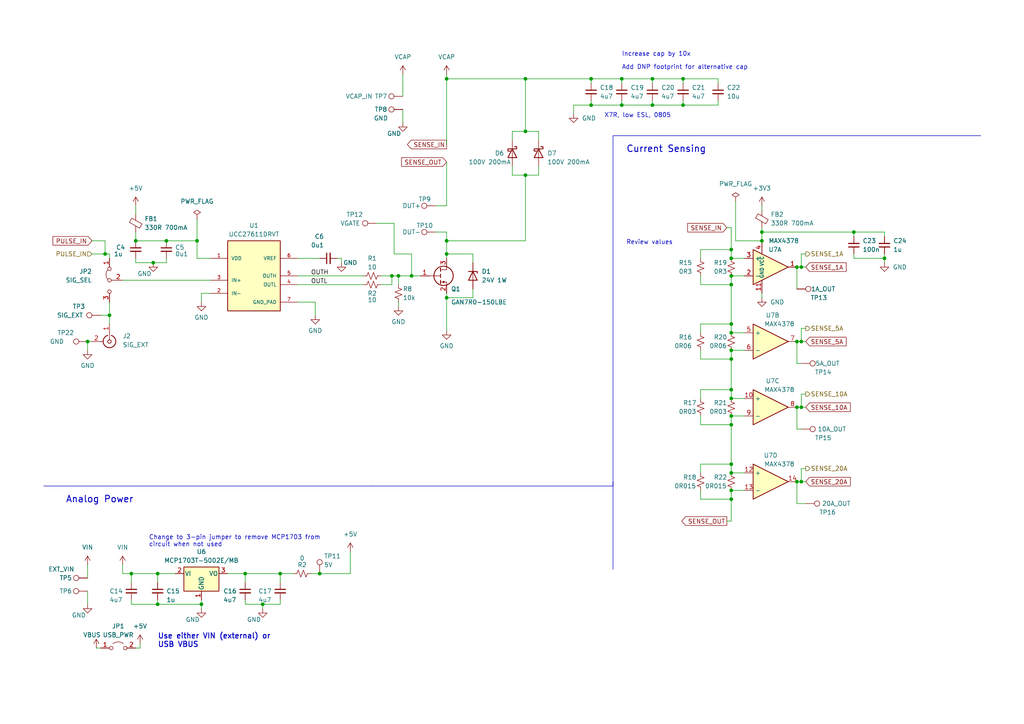
<source format=kicad_sch>
(kicad_sch (version 20230121) (generator eeschema)
  (paper "A4")
  (lib_symbols
    (symbol "Connector:Conn_Coaxial" (pin_names (offset 1.016) hide)
      (property "Reference" "J" (at 0.254 3.048 0))
      (property "Value" "Conn_Coaxial" (at 2.921 0 90))
      (symbol "Conn_Coaxial_0_1"
        (arc (start -1.778 -0.508) (mid 0.2311 -1.8066) (end 1.778 0) (stroke (width 0.254)))
        (polyline (pts (xy -2.54 0) (xy -0.508 0)))
        (polyline (pts (xy 0 -2.54) (xy 0 -1.778)))
        (circle (center 0 0) (radius 0.508) (stroke (width 0.2032)))
        (arc (start 1.778 0) (mid 0.2099 1.8101) (end -1.778 0.508) (stroke (width 0.254)))
      )
      (symbol "Conn_Coaxial_1_1"
        (pin passive line (at -5.08 0 0) (length 2.54) (name "In") (number "1"))
        (pin passive line (at 0 -5.08 90) (length 2.54) (name "Ext") (number "2"))
      )
    )
    (symbol "Connector:TestPoint" (pin_numbers hide) (pin_names (offset 0.762) hide)
      (property "Reference" "TP" (at 0 6.858 0))
      (property "Value" "TestPoint" (at 0 5.08 0))
      (symbol "TestPoint_0_1"
        (circle (center 0 3.302) (radius 0.762))
      )
      (symbol "TestPoint_1_1"
        (pin passive line (at 0 0 90) (length 2.54) (name "1") (number "1"))
      )
    )
    (symbol "DW_custom_symbols:GAN7R0-150LBE" (pin_names hide)
      (property "Reference" "Q" (at 5.08 1.905 0))
      (property "Value" "GAN7R0-150LBE" (at 5.08 0 0))
      (symbol "GAN7R0-150LBE_0_1"
        (polyline (pts (xy 0.635 0) (xy -2.54 0)))
        (polyline (pts (xy 0.762 -1.27) (xy 0.762 -2.286)) (stroke (width 0.254)))
        (polyline (pts (xy 0.762 0.508) (xy 0.762 -0.508)) (stroke (width 0.254)))
        (polyline (pts (xy 0.762 2.286) (xy 0.762 1.27)) (stroke (width 0.254)))
        (polyline (pts (xy 2.54 1.778) (xy 0.762 1.778)))
        (polyline (pts (xy 2.54 2.54) (xy 2.54 1.778)))
        (polyline (pts (xy 0.762 -1.778) (xy 2.54 -1.778) (xy 2.54 -5.08)))
        (circle (center 1.651 0) (radius 2.794) (stroke (width 0.254)))
      )
      (symbol "GAN7R0-150LBE_1_1"
        (polyline (pts (xy 1.524 -1.524) (xy 2.032 -1.778) (xy 1.524 -2.032) (xy 1.524 -1.524)) (fill (type outline)))
        (pin input line (at -5.08 0 0) (length 2.54) (name "G") (number "1"))
        (pin passive line (at 2.54 -5.08 90) (length 2.54) (name "S") (number "2"))
        (pin passive line (at 2.54 5.08 270) (length 2.54) (name "D") (number "3"))
      )
    )
    (symbol "DW_custom_symbols:MAX4378"
      (property "Reference" "U" (at -10.16 1.27 0))
      (symbol "MAX4378_0_1"
        (polyline (pts (xy 6.35 -1.27) (xy -3.81 3.81) (xy -3.81 -6.35) (xy 6.35 -1.27)) (stroke (width 0.254)) (fill (type background)))
      )
      (symbol "MAX4378_1_1"
        (pin output line (at 8.89 -1.27 180) (length 2.54) (name "~") (number "1"))
        (pin power_in line (at -1.27 -8.89 90) (length 3.81) (name "GND") (number "11"))
        (pin input line (at -6.35 -3.81 0) (length 2.54) (name "-") (number "2"))
        (pin input line (at -6.35 1.27 0) (length 2.54) (name "+") (number "3"))
        (pin power_in line (at -1.27 6.35 270) (length 3.81) (name "VCC") (number "4"))
      )
      (symbol "MAX4378_2_1"
        (pin input line (at -6.35 1.27 0) (length 2.54) (name "+") (number "5"))
        (pin input line (at -6.35 -3.81 0) (length 2.54) (name "-") (number "6"))
        (pin output line (at 8.89 -1.27 180) (length 2.54) (name "") (number "7"))
      )
      (symbol "MAX4378_3_1"
        (pin input line (at -6.35 1.27 0) (length 2.54) (name "+") (number "10"))
        (pin output line (at 8.89 -1.27 180) (length 2.54) (name "") (number "8"))
        (pin input line (at -6.35 -3.81 0) (length 2.54) (name "-") (number "9"))
      )
      (symbol "MAX4378_4_1"
        (pin input line (at -6.35 1.27 0) (length 2.54) (name "+") (number "12"))
        (pin input line (at -6.35 -3.81 0) (length 2.54) (name "-") (number "13"))
        (pin output line (at 8.89 -1.27 180) (length 2.54) (name "") (number "14"))
      )
    )
    (symbol "DW_custom_symbols:UCC27611DRVT" (pin_names (offset 1.016))
      (property "Reference" "U" (at -12.7 11.16 0))
      (property "Value" "UCC27611DRVT" (at -12.7 -14.16 0))
      (symbol "UCC27611DRVT_0_0"
        (rectangle (start -7.62 10.16) (end 7.62 -10.16) (stroke (width 0.254)) (fill (type background)))
        (pin power_in line (at -12.7 5.08 0) (length 5.08) (name "VDD") (number "1"))
        (pin input line (at -12.7 -5.08 0) (length 5.08) (name "IN-") (number "2"))
        (pin input line (at -12.7 -1.27 0) (length 5.08) (name "IN+") (number "3"))
        (pin output line (at 12.7 -2.54 180) (length 5.08) (name "OUTL") (number "4"))
        (pin output line (at 12.7 0 180) (length 5.08) (name "OUTH") (number "5"))
        (pin output line (at 12.7 5.08 180) (length 5.08) (name "VREF") (number "6"))
        (pin power_in line (at 12.7 -7.62 180) (length 5.08) (name "GND_PAD") (number "7"))
      )
    )
    (symbol "DW_custom_symbols:VIN" (power) (pin_names (offset 0))
      (property "Value" "VIN" (at 0 6.35 0))
      (symbol "VIN_0_1"
        (polyline (pts (xy -0.762 1.27) (xy 0 2.54)))
        (polyline (pts (xy 0 0) (xy 0 2.54)))
        (polyline (pts (xy 0 2.54) (xy 0.762 1.27)))
      )
      (symbol "VIN_1_1"
        (pin power_in line (at 0 0 90) (length 0) hide (name "VIN") (number "1"))
      )
    )
    (symbol "Device:C_Small" (pin_numbers hide) (pin_names (offset 0.254) hide)
      (property "Reference" "C" (at 0.254 1.778 0))
      (property "Value" "C_Small" (at 0.254 -2.032 0))
      (symbol "C_Small_0_1"
        (polyline (pts (xy -1.524 -0.508) (xy 1.524 -0.508)) (stroke (width 0.3302)))
        (polyline (pts (xy -1.524 0.508) (xy 1.524 0.508)) (stroke (width 0.3048)))
      )
      (symbol "C_Small_1_1"
        (pin passive line (at 0 2.54 270) (length 2.032) (name "~") (number "1"))
        (pin passive line (at 0 -2.54 90) (length 2.032) (name "~") (number "2"))
      )
    )
    (symbol "Device:D_Schottky" (pin_numbers hide) (pin_names (offset 1.016) hide)
      (property "Reference" "D" (at 0 2.54 0))
      (property "Value" "D_Schottky" (at 0 -2.54 0))
      (symbol "D_Schottky_0_1"
        (polyline (pts (xy 1.27 0) (xy -1.27 0)))
        (polyline (pts (xy 1.27 1.27) (xy 1.27 -1.27) (xy -1.27 0) (xy 1.27 1.27)) (stroke (width 0.254)))
        (polyline (pts (xy -1.905 0.635) (xy -1.905 1.27) (xy -1.27 1.27) (xy -1.27 -1.27) (xy -0.635 -1.27) (xy -0.635 -0.635)) (stroke (width 0.254)))
      )
      (symbol "D_Schottky_1_1"
        (pin passive line (at -3.81 0 0) (length 2.54) (name "K") (number "1"))
        (pin passive line (at 3.81 0 180) (length 2.54) (name "A") (number "2"))
      )
    )
    (symbol "Device:D_Zener" (pin_numbers hide) (pin_names (offset 1.016) hide)
      (property "Reference" "D" (at 0 2.54 0))
      (property "Value" "D_Zener" (at 0 -2.54 0))
      (symbol "D_Zener_0_1"
        (polyline (pts (xy 1.27 0) (xy -1.27 0)))
        (polyline (pts (xy -1.27 -1.27) (xy -1.27 1.27) (xy -0.762 1.27)) (stroke (width 0.254)))
        (polyline (pts (xy 1.27 -1.27) (xy 1.27 1.27) (xy -1.27 0) (xy 1.27 -1.27)) (stroke (width 0.254)))
      )
      (symbol "D_Zener_1_1"
        (pin passive line (at -3.81 0 0) (length 2.54) (name "K") (number "1"))
        (pin passive line (at 3.81 0 180) (length 2.54) (name "A") (number "2"))
      )
    )
    (symbol "Device:FerriteBead_Small" (pin_numbers hide) (pin_names (offset 0))
      (property "Reference" "FB" (at 1.905 1.27 0))
      (property "Value" "FerriteBead_Small" (at 1.905 -1.27 0))
      (symbol "FerriteBead_Small_0_1"
        (polyline (pts (xy 0 -1.27) (xy 0 -0.7874)))
        (polyline (pts (xy 0 0.889) (xy 0 1.2954)))
        (polyline (pts (xy -1.8288 0.2794) (xy -1.1176 1.4986) (xy 1.8288 -0.2032) (xy 1.1176 -1.4224) (xy -1.8288 0.2794)))
      )
      (symbol "FerriteBead_Small_1_1"
        (pin passive line (at 0 2.54 270) (length 1.27) (name "~") (number "1"))
        (pin passive line (at 0 -2.54 90) (length 1.27) (name "~") (number "2"))
      )
    )
    (symbol "Device:R_Small_US" (pin_numbers hide) (pin_names (offset 0.254) hide)
      (property "Reference" "R" (at 0.762 0.508 0))
      (property "Value" "R_Small_US" (at 0.762 -1.016 0))
      (symbol "R_Small_US_1_1"
        (polyline (pts (xy 0 0) (xy 1.016 -0.381) (xy 0 -0.762) (xy -1.016 -1.143) (xy 0 -1.524)))
        (polyline (pts (xy 0 1.524) (xy 1.016 1.143) (xy 0 0.762) (xy -1.016 0.381) (xy 0 0)))
        (pin passive line (at 0 2.54 270) (length 1.016) (name "~") (number "1"))
        (pin passive line (at 0 -2.54 90) (length 1.016) (name "~") (number "2"))
      )
    )
    (symbol "Jumper:Jumper_2_Open" (pin_names (offset 0) hide)
      (property "Reference" "JP" (at 0 2.794 0))
      (property "Value" "Jumper_2_Open" (at 0 -2.286 0))
      (symbol "Jumper_2_Open_0_0"
        (circle (center -2.032 0) (radius 0.508))
        (circle (center 2.032 0) (radius 0.508))
      )
      (symbol "Jumper_2_Open_0_1"
        (arc (start 1.524 1.27) (mid 0 1.778) (end -1.524 1.27))
      )
      (symbol "Jumper_2_Open_1_1"
        (pin passive line (at -5.08 0 0) (length 2.54) (name "A") (number "1"))
        (pin passive line (at 5.08 0 180) (length 2.54) (name "B") (number "2"))
      )
    )
    (symbol "Jumper:Jumper_3_Bridged12" (pin_names (offset 0) hide)
      (property "Reference" "JP" (at -2.54 -2.54 0))
      (property "Value" "Jumper_3_Bridged12" (at 0 2.794 0))
      (symbol "Jumper_3_Bridged12_0_0"
        (circle (center -3.302 0) (radius 0.508))
        (circle (center 0 0) (radius 0.508))
        (circle (center 3.302 0) (radius 0.508))
      )
      (symbol "Jumper_3_Bridged12_0_1"
        (arc (start -0.254 0.508) (mid -1.651 0.9912) (end -3.048 0.508))
        (polyline (pts (xy 0 -1.27) (xy 0 -0.508)))
      )
      (symbol "Jumper_3_Bridged12_1_1"
        (pin passive line (at -6.35 0 0) (length 2.54) (name "A") (number "1"))
        (pin passive line (at 0 -3.81 90) (length 2.54) (name "C") (number "2"))
        (pin passive line (at 6.35 0 180) (length 2.54) (name "B") (number "3"))
      )
    )
    (symbol "Regulator_Linear:MCP1703Ax-500xxMB" (pin_names (offset 0.254))
      (property "Reference" "U" (at -3.81 3.175 0))
      (property "Value" "MCP1703Ax-500xxMB" (at 0 3.175 0))
      (symbol "MCP1703Ax-500xxMB_0_1"
        (rectangle (start -5.08 -5.08) (end 5.08 1.905) (stroke (width 0.254)) (fill (type background)))
      )
      (symbol "MCP1703Ax-500xxMB_1_1"
        (pin power_in line (at 0 -7.62 90) (length 2.54) (name "GND") (number "1"))
        (pin power_in line (at -7.62 0 0) (length 2.54) (name "VI") (number "2"))
        (pin power_out line (at 7.62 0 180) (length 2.54) (name "VO") (number "3"))
      )
    )
    (symbol "VBUS_1" (power) (pin_names (offset 0))
      (property "Value" "VBUS_1" (at 0 5.08 0))
      (symbol "VBUS_1_0_1"
        (polyline (pts (xy -0.762 1.27) (xy 0 2.54)))
        (polyline (pts (xy 0 0) (xy 0 2.54)))
        (polyline (pts (xy 0 2.54) (xy 0.762 1.27)))
      )
      (symbol "VBUS_1_1_1"
        (pin power_in line (at 0 0 90) (length 0) hide (name "VCAP") (number "1"))
      )
    )
    (symbol "VBUS_2" (power) (pin_names (offset 0))
      (property "Value" "VBUS_2" (at 0 5.08 0))
      (symbol "VBUS_2_0_1"
        (polyline (pts (xy -0.762 1.27) (xy 0 2.54)))
        (polyline (pts (xy 0 0) (xy 0 2.54)))
        (polyline (pts (xy 0 2.54) (xy 0.762 1.27)))
      )
      (symbol "VBUS_2_1_1"
        (pin power_in line (at 0 0 90) (length 0) hide (name "VCAP") (number "1"))
      )
    )
    (symbol "power:+3V3" (power) (pin_names (offset 0))
      (property "Value" "+3V3" (at 0 3.556 0))
      (symbol "+3V3_0_1"
        (polyline (pts (xy -0.762 1.27) (xy 0 2.54)))
        (polyline (pts (xy 0 0) (xy 0 2.54)))
        (polyline (pts (xy 0 2.54) (xy 0.762 1.27)))
      )
      (symbol "+3V3_1_1"
        (pin power_in line (at 0 0 90) (length 0) hide (name "+3V3") (number "1"))
      )
    )
    (symbol "power:+5V" (power) (pin_names (offset 0))
      (property "Value" "+5V" (at 0 3.556 0))
      (symbol "+5V_0_1"
        (polyline (pts (xy -0.762 1.27) (xy 0 2.54)))
        (polyline (pts (xy 0 0) (xy 0 2.54)))
        (polyline (pts (xy 0 2.54) (xy 0.762 1.27)))
      )
      (symbol "+5V_1_1"
        (pin power_in line (at 0 0 90) (length 0) hide (name "+5V") (number "1"))
      )
    )
    (symbol "power:GND" (power) (pin_names (offset 0))
      (property "Value" "GND" (at 0 -3.81 0))
      (symbol "GND_0_1"
        (polyline (pts (xy 0 0) (xy 0 -1.27) (xy 1.27 -1.27) (xy 0 -2.54) (xy -1.27 -1.27) (xy 0 -1.27)))
      )
      (symbol "GND_1_1"
        (pin power_in line (at 0 0 270) (length 0) hide (name "GND") (number "1"))
      )
    )
    (symbol "power:PWR_FLAG" (power) (pin_numbers hide) (pin_names (offset 0) hide)
      (property "Value" "PWR_FLAG" (at 0 3.81 0))
      (symbol "PWR_FLAG_0_0"
        (pin power_out line (at 0 0 90) (length 0) (name "pwr") (number "1"))
      )
      (symbol "PWR_FLAG_0_1"
        (polyline (pts (xy 0 0) (xy 0 1.27) (xy -1.016 1.905) (xy 0 2.54) (xy 1.016 1.905) (xy 0 1.27)))
      )
    )
    (symbol "power:VBUS" (power) (pin_names (offset 0))
      (property "Value" "VBUS" (at 0 3.81 0))
      (symbol "VBUS_0_1"
        (polyline (pts (xy -0.762 1.27) (xy 0 2.54)))
        (polyline (pts (xy 0 0) (xy 0 2.54)))
        (polyline (pts (xy 0 2.54) (xy 0.762 1.27)))
      )
      (symbol "VBUS_1_1"
        (pin power_in line (at 0 0 90) (length 0) hide (name "VBUS") (number "1"))
      )
    )
  )
  (junction (at 256.54 74.93))
  (junction (at 81.28 166.37))
  (junction (at 45.72 166.37))
  (junction (at 180.34 30.48))
  (junction (at 129.54 69.85))
  (junction (at 231.14 99.06))
  (junction (at 152.4 22.86))
  (junction (at 38.1 166.37))
  (junction (at 212.09 144.78))
  (junction (at 212.09 104.14))
  (junction (at 212.09 80.01))
  (junction (at 129.54 22.86))
  (junction (at 39.37 69.85))
  (junction (at 25.4 99.06))
  (junction (at 232.41 139.7))
  (junction (at 212.09 96.52))
  (junction (at 212.09 113.03))
  (junction (at 57.15 69.85))
  (junction (at 129.54 73.66))
  (junction (at 212.09 142.24))
  (junction (at 180.34 22.86))
  (junction (at 212.09 101.6))
  (junction (at 30.48 73.66))
  (junction (at 212.09 134.62))
  (junction (at 247.65 67.31))
  (junction (at 129.54 86.36))
  (junction (at 198.12 30.48))
  (junction (at 212.09 93.98))
  (junction (at 152.4 50.8))
  (junction (at 113.665 80.01))
  (junction (at 189.23 22.86))
  (junction (at 115.57 80.01))
  (junction (at 189.23 30.48))
  (junction (at 48.26 69.85))
  (junction (at 212.09 72.39))
  (junction (at 212.09 120.65))
  (junction (at 212.09 137.16))
  (junction (at 212.09 123.19))
  (junction (at 119.38 80.01))
  (junction (at 220.98 69.85))
  (junction (at 231.14 118.11))
  (junction (at 232.41 77.47))
  (junction (at 58.42 175.26))
  (junction (at 71.12 166.37))
  (junction (at 198.12 22.86))
  (junction (at 152.4 38.1))
  (junction (at 232.41 118.11))
  (junction (at 45.72 175.26))
  (junction (at 171.45 30.48))
  (junction (at 212.09 74.93))
  (junction (at 232.41 99.06))
  (junction (at 44.45 76.2))
  (junction (at 171.45 22.86))
  (junction (at 212.09 115.57))
  (junction (at 231.14 77.47))
  (junction (at 212.09 82.55))
  (junction (at 92.71 166.37))
  (junction (at 31.75 91.44))
  (junction (at 231.14 139.7))
  (junction (at 76.2 175.26))
  (junction (at 220.98 67.31))
  (wire (pts (xy 152.4 69.85) (xy 129.54 69.85)))
  (wire (pts (xy 212.09 66.04) (xy 212.09 72.39)))
  (wire (pts (xy 27.94 187.96) (xy 29.21 187.96)))
  (wire (pts (xy 233.68 99.06) (xy 232.41 99.06)))
  (wire (pts (xy 189.23 30.48) (xy 180.34 30.48)))
  (wire (pts (xy 212.09 120.65) (xy 212.09 123.19)))
  (wire (pts (xy 152.4 22.86) (xy 171.45 22.86)))
  (wire (pts (xy 110.49 82.55) (xy 113.665 82.55)))
  (wire (pts (xy 39.37 59.69) (xy 39.37 62.23)))
  (wire (pts (xy 148.59 50.8) (xy 152.4 50.8)))
  (wire (pts (xy 166.37 30.48) (xy 166.37 33.02)))
  (wire (pts (xy 180.34 22.86) (xy 180.34 24.13)))
  (wire (pts (xy 220.98 85.09) (xy 220.98 86.36)))
  (wire (pts (xy 90.17 166.37) (xy 92.71 166.37)))
  (wire (pts (xy 148.59 38.1) (xy 152.4 38.1)))
  (wire (pts (xy 109.22 64.77) (xy 114.3 64.77)))
  (polyline (pts (xy 284.48 39.37) (xy 177.8 39.37)))
  (wire (pts (xy 203.2 123.19) (xy 212.09 123.19)))
  (wire (pts (xy 231.14 77.47) (xy 231.14 83.82)))
  (wire (pts (xy 220.98 67.31) (xy 220.98 69.85)))
  (wire (pts (xy 38.1 166.37) (xy 38.1 168.91)))
  (wire (pts (xy 114.3 64.77) (xy 114.3 73.66)))
  (wire (pts (xy 148.59 48.26) (xy 148.59 50.8)))
  (wire (pts (xy 180.34 29.21) (xy 180.34 30.48)))
  (wire (pts (xy 115.57 88.9) (xy 115.57 87.63)))
  (wire (pts (xy 212.09 123.19) (xy 212.09 134.62)))
  (wire (pts (xy 76.2 175.26) (xy 81.28 175.26)))
  (wire (pts (xy 26.67 73.66) (xy 30.48 73.66)))
  (wire (pts (xy 203.2 72.39) (xy 212.09 72.39)))
  (wire (pts (xy 232.41 135.89) (xy 232.41 139.7)))
  (wire (pts (xy 203.2 113.03) (xy 212.09 113.03)))
  (wire (pts (xy 58.42 173.99) (xy 58.42 175.26)))
  (wire (pts (xy 232.41 99.06) (xy 231.14 99.06)))
  (wire (pts (xy 101.6 160.02) (xy 101.6 166.37)))
  (wire (pts (xy 198.12 29.21) (xy 198.12 30.48)))
  (wire (pts (xy 44.45 76.2) (xy 48.26 76.2)))
  (wire (pts (xy 232.41 95.25) (xy 232.41 99.06)))
  (wire (pts (xy 171.45 22.86) (xy 171.45 24.13)))
  (wire (pts (xy 203.2 115.57) (xy 203.2 113.03)))
  (wire (pts (xy 40.64 187.96) (xy 39.37 187.96)))
  (wire (pts (xy 171.45 30.48) (xy 166.37 30.48)))
  (wire (pts (xy 212.09 104.14) (xy 212.09 113.03)))
  (wire (pts (xy 212.09 93.98) (xy 212.09 96.52)))
  (wire (pts (xy 203.2 101.6) (xy 203.2 104.14)))
  (wire (pts (xy 152.4 50.8) (xy 152.4 69.85)))
  (wire (pts (xy 212.09 82.55) (xy 212.09 93.98)))
  (wire (pts (xy 129.54 46.99) (xy 129.54 59.69)))
  (wire (pts (xy 212.09 72.39) (xy 212.09 74.93)))
  (wire (pts (xy 119.38 73.66) (xy 119.38 80.01)))
  (wire (pts (xy 189.23 22.86) (xy 198.12 22.86)))
  (wire (pts (xy 210.82 66.04) (xy 212.09 66.04)))
  (wire (pts (xy 212.09 137.16) (xy 215.9 137.16)))
  (wire (pts (xy 81.28 173.99) (xy 81.28 175.26)))
  (wire (pts (xy 81.28 166.37) (xy 81.28 168.91)))
  (wire (pts (xy 137.16 83.82) (xy 137.16 86.36)))
  (wire (pts (xy 212.09 80.01) (xy 212.09 82.55)))
  (wire (pts (xy 208.28 22.86) (xy 198.12 22.86)))
  (wire (pts (xy 233.68 118.11) (xy 232.41 118.11)))
  (wire (pts (xy 232.41 73.66) (xy 232.41 77.47)))
  (wire (pts (xy 156.21 38.1) (xy 156.21 40.64)))
  (wire (pts (xy 129.54 73.66) (xy 137.16 73.66)))
  (wire (pts (xy 66.04 166.37) (xy 71.12 166.37)))
  (wire (pts (xy 232.41 77.47) (xy 231.14 77.47)))
  (wire (pts (xy 35.56 166.37) (xy 38.1 166.37)))
  (wire (pts (xy 203.2 120.65) (xy 203.2 123.19)))
  (wire (pts (xy 113.665 82.55) (xy 113.665 80.01)))
  (wire (pts (xy 25.4 99.06) (xy 26.67 99.06)))
  (wire (pts (xy 232.41 105.41) (xy 231.14 105.41)))
  (wire (pts (xy 115.57 80.01) (xy 115.57 82.55)))
  (wire (pts (xy 189.23 29.21) (xy 189.23 30.48)))
  (wire (pts (xy 57.15 74.93) (xy 57.15 69.85)))
  (wire (pts (xy 30.48 73.66) (xy 31.75 73.66)))
  (wire (pts (xy 39.37 76.2) (xy 44.45 76.2)))
  (wire (pts (xy 25.4 101.6) (xy 25.4 99.06)))
  (wire (pts (xy 233.68 73.66) (xy 232.41 73.66)))
  (wire (pts (xy 198.12 22.86) (xy 198.12 24.13)))
  (wire (pts (xy 233.68 95.25) (xy 232.41 95.25)))
  (wire (pts (xy 126.365 67.31) (xy 129.54 67.31)))
  (wire (pts (xy 58.42 87.63) (xy 58.42 85.09)))
  (polyline (pts (xy 177.8 140.97) (xy 177.8 139.7)))
  (wire (pts (xy 152.4 22.86) (xy 152.4 38.1)))
  (wire (pts (xy 71.12 175.26) (xy 76.2 175.26)))
  (wire (pts (xy 25.4 171.45) (xy 25.4 175.26)))
  (wire (pts (xy 233.68 139.7) (xy 232.41 139.7)))
  (wire (pts (xy 114.3 73.66) (xy 119.38 73.66)))
  (wire (pts (xy 71.12 173.99) (xy 71.12 175.26)))
  (wire (pts (xy 25.4 163.83) (xy 25.4 167.64)))
  (wire (pts (xy 212.09 80.01) (xy 215.9 80.01)))
  (wire (pts (xy 203.2 144.78) (xy 212.09 144.78)))
  (wire (pts (xy 58.42 85.09) (xy 60.96 85.09)))
  (wire (pts (xy 129.54 22.86) (xy 129.54 41.91)))
  (wire (pts (xy 232.41 124.46) (xy 231.14 124.46)))
  (wire (pts (xy 26.67 69.85) (xy 30.48 69.85)))
  (wire (pts (xy 91.44 87.63) (xy 91.44 91.44)))
  (wire (pts (xy 212.09 134.62) (xy 212.09 137.16)))
  (wire (pts (xy 45.72 166.37) (xy 45.72 168.91)))
  (wire (pts (xy 208.28 29.21) (xy 208.28 30.48)))
  (wire (pts (xy 212.09 151.13) (xy 212.09 144.78)))
  (wire (pts (xy 92.71 166.37) (xy 101.6 166.37)))
  (wire (pts (xy 212.09 74.93) (xy 215.9 74.93)))
  (wire (pts (xy 203.2 74.93) (xy 203.2 72.39)))
  (wire (pts (xy 213.36 58.42) (xy 213.36 69.85)))
  (wire (pts (xy 57.15 63.5) (xy 57.15 69.85)))
  (wire (pts (xy 231.14 105.41) (xy 231.14 99.06)))
  (wire (pts (xy 220.98 66.04) (xy 220.98 67.31)))
  (wire (pts (xy 203.2 93.98) (xy 212.09 93.98)))
  (wire (pts (xy 256.54 74.93) (xy 256.54 76.2)))
  (wire (pts (xy 48.26 69.85) (xy 57.15 69.85)))
  (wire (pts (xy 171.45 29.21) (xy 171.45 30.48)))
  (wire (pts (xy 71.12 166.37) (xy 71.12 168.91)))
  (wire (pts (xy 203.2 82.55) (xy 212.09 82.55)))
  (wire (pts (xy 38.1 166.37) (xy 45.72 166.37)))
  (wire (pts (xy 113.665 80.01) (xy 115.57 80.01)))
  (wire (pts (xy 212.09 96.52) (xy 215.9 96.52)))
  (wire (pts (xy 212.09 120.65) (xy 215.9 120.65)))
  (wire (pts (xy 220.98 59.69) (xy 220.98 60.96)))
  (wire (pts (xy 29.21 91.44) (xy 31.75 91.44)))
  (wire (pts (xy 233.68 146.05) (xy 231.14 146.05)))
  (wire (pts (xy 231.14 139.7) (xy 231.14 146.05)))
  (wire (pts (xy 71.12 166.37) (xy 81.28 166.37)))
  (wire (pts (xy 180.34 22.86) (xy 189.23 22.86)))
  (wire (pts (xy 31.75 91.44) (xy 31.75 93.98)))
  (wire (pts (xy 129.54 86.36) (xy 137.16 86.36)))
  (wire (pts (xy 212.09 101.6) (xy 215.9 101.6)))
  (wire (pts (xy 129.54 69.85) (xy 129.54 73.66)))
  (wire (pts (xy 233.68 77.47) (xy 232.41 77.47)))
  (wire (pts (xy 137.16 73.66) (xy 137.16 76.2)))
  (wire (pts (xy 247.65 73.66) (xy 247.65 74.93)))
  (wire (pts (xy 212.09 115.57) (xy 215.9 115.57)))
  (wire (pts (xy 212.09 113.03) (xy 212.09 115.57)))
  (wire (pts (xy 31.75 91.44) (xy 31.75 87.63)))
  (wire (pts (xy 39.37 67.31) (xy 39.37 69.85)))
  (wire (pts (xy 45.72 173.99) (xy 45.72 175.26)))
  (wire (pts (xy 232.41 118.11) (xy 231.14 118.11)))
  (wire (pts (xy 31.75 73.66) (xy 31.75 74.93)))
  (wire (pts (xy 129.54 73.66) (xy 129.54 74.93)))
  (wire (pts (xy 180.34 30.48) (xy 171.45 30.48)))
  (wire (pts (xy 30.48 69.85) (xy 30.48 73.66)))
  (wire (pts (xy 247.65 67.31) (xy 247.65 68.58)))
  (wire (pts (xy 210.82 151.13) (xy 212.09 151.13)))
  (wire (pts (xy 119.38 80.01) (xy 121.92 80.01)))
  (polyline (pts (xy 12.7 140.97) (xy 107.95 140.97)))
  (wire (pts (xy 129.54 86.36) (xy 129.54 95.885)))
  (wire (pts (xy 203.2 96.52) (xy 203.2 93.98)))
  (wire (pts (xy 256.54 73.66) (xy 256.54 74.93)))
  (wire (pts (xy 129.54 85.09) (xy 129.54 86.36)))
  (wire (pts (xy 35.56 81.28) (xy 60.96 81.28)))
  (wire (pts (xy 152.4 38.1) (xy 156.21 38.1)))
  (wire (pts (xy 189.23 22.86) (xy 189.23 24.13)))
  (wire (pts (xy 48.26 76.2) (xy 48.26 74.93)))
  (wire (pts (xy 40.64 186.69) (xy 40.64 187.96)))
  (wire (pts (xy 76.2 175.26) (xy 76.2 176.53)))
  (wire (pts (xy 233.68 114.3) (xy 232.41 114.3)))
  (wire (pts (xy 45.72 166.37) (xy 50.8 166.37)))
  (wire (pts (xy 116.84 31.75) (xy 116.84 35.56)))
  (wire (pts (xy 126.365 59.69) (xy 129.54 59.69)))
  (wire (pts (xy 86.36 82.55) (xy 105.41 82.55)))
  (wire (pts (xy 129.54 67.31) (xy 129.54 69.85)))
  (wire (pts (xy 39.37 69.85) (xy 48.26 69.85)))
  (wire (pts (xy 256.54 68.58) (xy 256.54 67.31)))
  (polyline (pts (xy 177.8 39.37) (xy 177.8 165.1)))
  (wire (pts (xy 232.41 114.3) (xy 232.41 118.11)))
  (wire (pts (xy 156.21 48.26) (xy 156.21 50.8)))
  (wire (pts (xy 115.57 80.01) (xy 119.38 80.01)))
  (wire (pts (xy 203.2 104.14) (xy 212.09 104.14)))
  (wire (pts (xy 203.2 142.24) (xy 203.2 144.78)))
  (wire (pts (xy 39.37 74.93) (xy 39.37 76.2)))
  (wire (pts (xy 256.54 67.31) (xy 247.65 67.31)))
  (wire (pts (xy 208.28 24.13) (xy 208.28 22.86)))
  (wire (pts (xy 203.2 134.62) (xy 212.09 134.62)))
  (wire (pts (xy 99.06 74.93) (xy 99.06 76.2)))
  (wire (pts (xy 152.4 50.8) (xy 156.21 50.8)))
  (wire (pts (xy 35.56 163.83) (xy 35.56 166.37)))
  (wire (pts (xy 171.45 22.86) (xy 180.34 22.86)))
  (wire (pts (xy 58.42 175.26) (xy 58.42 176.53)))
  (wire (pts (xy 247.65 74.93) (xy 256.54 74.93)))
  (wire (pts (xy 86.36 87.63) (xy 91.44 87.63)))
  (wire (pts (xy 81.28 166.37) (xy 85.09 166.37)))
  (wire (pts (xy 212.09 142.24) (xy 215.9 142.24)))
  (wire (pts (xy 86.36 74.93) (xy 92.71 74.93)))
  (wire (pts (xy 129.54 21.59) (xy 129.54 22.86)))
  (wire (pts (xy 86.36 80.01) (xy 105.41 80.01)))
  (wire (pts (xy 38.1 175.26) (xy 45.72 175.26)))
  (wire (pts (xy 116.84 21.59) (xy 116.84 27.94)))
  (wire (pts (xy 60.96 74.93) (xy 57.15 74.93)))
  (wire (pts (xy 231.14 124.46) (xy 231.14 118.11)))
  (wire (pts (xy 213.36 69.85) (xy 220.98 69.85)))
  (wire (pts (xy 220.98 67.31) (xy 247.65 67.31)))
  (wire (pts (xy 233.68 135.89) (xy 232.41 135.89)))
  (wire (pts (xy 212.09 101.6) (xy 212.09 104.14)))
  (wire (pts (xy 198.12 30.48) (xy 189.23 30.48)))
  (wire (pts (xy 208.28 30.48) (xy 198.12 30.48)))
  (wire (pts (xy 97.79 74.93) (xy 99.06 74.93)))
  (wire (pts (xy 203.2 137.16) (xy 203.2 134.62)))
  (wire (pts (xy 148.59 40.64) (xy 148.59 38.1)))
  (wire (pts (xy 212.09 144.78) (xy 212.09 142.24)))
  (wire (pts (xy 45.72 175.26) (xy 58.42 175.26)))
  (wire (pts (xy 38.1 173.99) (xy 38.1 175.26)))
  (wire (pts (xy 129.54 22.86) (xy 152.4 22.86)))
  (wire (pts (xy 110.49 80.01) (xy 113.665 80.01)))
  (polyline (pts (xy 107.95 140.97) (xy 177.8 140.97)))
  (wire (pts (xy 232.41 139.7) (xy 231.14 139.7)))
  (wire (pts (xy 203.2 80.01) (xy 203.2 82.55)))
  (text "Use either VIN (external) or\nUSB VBUS" (at 45.72 187.96 0) (effects (font (size 1.524 1.524) (thickness 0.254) bold) (justify left bottom)))
  (text "Review values" (at 181.61 71.12 0) (effects (font (size 1.27 1.27)) (justify left bottom)))
  (text "Change to 3-pin jumper to remove MCP1703 from\ncircuit when not used" (at 43.18 158.75 0) (effects (font (size 1.27 1.27)) (justify left bottom)))
  (text "Add DNP footprint for alternative cap" (at 180.34 20.32 0) (effects (font (size 1.27 1.27)) (justify left bottom)))
  (text "Current Sensing" (at 181.61 44.45 0) (effects (font (size 1.905 1.905) (thickness 0.254) bold) (justify left bottom)))
  (text "X7R, low ESL, 0805" (at 175.26 34.29 0) (effects (font (size 1.27 1.27)) (justify left bottom)))
  (text "Analog Power" (at 19.05 146.05 0) (effects (font (size 1.905 1.905) (thickness 0.254) bold) (justify left bottom)))
  (text "Increase cap by 10x" (at 180.34 16.51 0) (effects (font (size 1.27 1.27)) (justify left bottom)))
  (label "OUTH" (at 90.17 80.01 0))
  (label "OUTL" (at 90.17 82.55 0))
  (global_label "SENSE_20A" (shape input) (at 233.68 139.7 0) (property "Intersheetrefs" "${INTERSHEET_REFS}" (effects hide)))
  (global_label "SENSE_IN" (shape output) (at 129.54 41.91 180) (property "Intersheetrefs" "${INTERSHEET_REFS}" (effects hide)))
  (global_label "SENSE_OUT" (shape input) (at 129.54 46.99 180) (property "Intersheetrefs" "${INTERSHEET_REFS}" (effects hide)))
  (global_label "PULSE_IN" (shape input) (at 26.67 69.85 180) (property "Intersheetrefs" "${INTERSHEET_REFS}" (effects hide)))
  (global_label "SENSE_1A" (shape input) (at 233.68 77.47 0) (property "Intersheetrefs" "${INTERSHEET_REFS}" (effects hide)))
  (global_label "SENSE_OUT" (shape output) (at 210.82 151.13 180) (property "Intersheetrefs" "${INTERSHEET_REFS}" (effects hide)))
  (global_label "SENSE_10A" (shape input) (at 233.68 118.11 0) (property "Intersheetrefs" "${INTERSHEET_REFS}" (effects hide)))
  (global_label "SENSE_5A" (shape input) (at 233.68 99.06 0) (property "Intersheetrefs" "${INTERSHEET_REFS}" (effects hide)))
  (global_label "SENSE_IN" (shape input) (at 210.82 66.04 180) (property "Intersheetrefs" "${INTERSHEET_REFS}" (effects hide)))
  (hierarchical_label "SENSE_10A" (shape output) (at 233.68 114.3 0))
  (hierarchical_label "SENSE_1A" (shape output) (at 233.68 73.66 0))
  (hierarchical_label "PULSE_IN" (shape input) (at 26.67 73.66 180))
  (hierarchical_label "SENSE_20A" (shape output) (at 233.68 135.89 0))
  (hierarchical_label "SENSE_5A" (shape output) (at 233.68 95.25 0))
  (symbol (lib_id "Connector:TestPoint") (at 126.365 67.31 90) (unit 1)
    (property "Reference" "TP10" (at 123.19 65.405 90))
    (property "Value" "DUT-" (at 119.38 67.31 90))
    (property "Footprint" "DW_Library:Keystone-1502-2" (effects hide))
    (instances (project "cc_laser_supply_rev-B" (path "" (reference "TP10") (unit 1)) (path "" (reference "TP13") (unit 1)) (path "" (reference "TP10") (unit 1))))
  )
  (symbol (lib_id "Jumper:Jumper_3_Bridged12") (at 31.75 81.28 90) (mirror x) (unit 1)
    (property "Reference" "JP2" (at 26.67 78.74 90) (effects (justify left)))
    (property "Value" "SIG_SEL" (at 26.67 81.28 90) (effects (justify left)))
    (property "Footprint" "Connector_PinHeader_2.54mm:PinHeader_1x03_P2.54mm_Vertical" (effects hide))
  )
  (symbol (lib_id "Device:C_Small") (at 208.28 26.67 0) (unit 1)
    (property "Reference" "C22" (at 210.82 25.4063 0) (effects (justify left)))
    (property "Value" "10u" (at 210.82 27.9463 0) (effects (justify left)))
    (property "Footprint" "Capacitor_SMD:C_0805_2012Metric_Pad1.18x1.45mm_HandSolder" (effects hide))
  )
  (symbol (lib_id "Device:R_Small_US") (at 107.95 82.55 90) (unit 1)
    (property "Reference" "R2" (at 107.95 85.09 90))
    (property "Value" "10" (at 107.95 86.995 90))
    (property "Footprint" "Resistor_SMD:R_0805_2012Metric_Pad1.20x1.40mm_HandSolder" (effects hide))
    (instances (project "cc_laser_supply_rev-B" (path "" (reference "R2") (unit 1)) (path "" (reference "R2") (unit 1)) (path "" (reference "R12") (unit 1))))
  )
  (symbol (lib_id "power:+5V") (at 101.6 160.02 0) (unit 1)
    (property "Reference" "#PWR044" (effects hide))
    (property "Value" "+5V" (at 101.6 154.94 0))
  )
  (symbol (lib_id "Device:C_Small") (at 81.28 171.45 0) (unit 1)
    (property "Reference" "C17" (at 74.93 171.45 0) (effects (justify left)))
    (property "Value" "4u7" (at 74.93 173.99 0) (effects (justify left)))
    (property "Footprint" "Capacitor_SMD:C_0805_2012Metric_Pad1.18x1.45mm_HandSolder" (effects hide))
  )
  (symbol (lib_id "Connector:TestPoint") (at 231.14 83.82 270) (unit 1)
    (property "Reference" "TP13" (at 237.49 86.36 90))
    (property "Value" "1A_OUT" (at 238.76 83.82 90))
    (property "Footprint" "DW_Library:Keystone-1502-2" (effects hide))
  )
  (symbol (lib_id "power:GND") (at 44.45 76.2 0) (unit 1)
    (property "Reference" "#PWR013" (effects hide))
    (property "Value" "GND" (at 41.91 79.375 0))
    (instances (project "cc_laser_supply_rev-B" (path "" (reference "#PWR013") (unit 1)) (path "" (reference "#PWR05") (unit 1)) (path "" (reference "#PWR026") (unit 1))))
  )
  (symbol (lib_id "DW_custom_symbols:VIN") (at 25.4 163.83 0) (unit 1)
    (property "Reference" "#PWR032" (effects hide))
    (property "Value" "VIN" (at 25.4 158.75 0))
  )
  (symbol (lib_id "DW_custom_symbols:MAX4378") (at 222.25 76.2 0) (unit 1)
    (property "Reference" "U7" (at 224.79 72.39 0))
    (property "Value" "MAX4378" (at 227.33 69.85 0))
    (property "Footprint" "Package_SO:TSSOP-14_4.4x5mm_P0.65mm" (effects hide))
  )
  (symbol (lib_id "Device:R_Small_US") (at 203.2 99.06 0) (unit 1)
    (property "Reference" "R16" (at 196.85 97.79 0) (effects (justify left)))
    (property "Value" "0R06" (at 195.58 100.33 0) (effects (justify left)))
    (property "Footprint" "Resistor_SMD:R_2010_5025Metric_Pad1.40x2.65mm_HandSolder" (effects hide))
  )
  (symbol (lib_id "Device:C_Small") (at 95.25 74.93 90) (unit 1)
    (property "Reference" "C6" (at 93.98 68.58 90) (effects (justify left)))
    (property "Value" "0u1" (at 93.98 71.12 90) (effects (justify left)))
    (property "Footprint" "Capacitor_SMD:C_0603_1608Metric_Pad1.08x0.95mm_HandSolder" (effects hide))
    (instances (project "cc_laser_supply_rev-B" (path "" (reference "C6") (unit 1)) (path "" (reference "C6") (unit 1)) (path "" (reference "C13") (unit 1))))
  )
  (symbol (lib_name "VBUS_2") (lib_id "power:VBUS") (at 116.84 21.59 0) (unit 1)
    (property "Reference" "#PWR037" (effects hide))
    (property "Value" "VCAP" (at 116.84 16.51 0))
  )
  (symbol (lib_id "DW_custom_symbols:MAX4378") (at 222.25 138.43 0) (unit 4)
    (property "Reference" "U7" (at 223.52 132.08 0))
    (property "Value" "MAX4378" (at 226.06 134.62 0))
    (property "Footprint" "Package_SO:TSSOP-14_4.4x5mm_P0.65mm" (effects hide))
  )
  (symbol (lib_id "Connector:TestPoint") (at 25.4 171.45 90) (unit 1)
    (property "Reference" "TP6" (at 19.05 171.45 90))
    (property "Value" "GND" (effects hide))
    (property "Footprint" "DW_Library:Keystone-1502-2" (effects hide))
  )
  (symbol (lib_id "Connector:TestPoint") (at 232.41 105.41 270) (unit 1)
    (property "Reference" "TP14" (at 238.76 107.95 90))
    (property "Value" "5A_OUT" (at 240.03 105.41 90))
    (property "Footprint" "DW_Library:Keystone-1502-2" (effects hide))
  )
  (symbol (lib_id "power:GND") (at 76.2 176.53 0) (unit 1)
    (property "Reference" "#PWR013" (effects hide))
    (property "Value" "GND" (at 73.66 179.705 0))
    (instances (project "cc_laser_supply_rev-B" (path "" (reference "#PWR013") (unit 1)) (path "" (reference "#PWR05") (unit 1)) (path "" (reference "#PWR042") (unit 1))))
  )
  (symbol (lib_id "Device:R_Small_US") (at 115.57 85.09 0) (unit 1)
    (property "Reference" "R8" (at 116.84 83.82 0) (effects (justify left)))
    (property "Value" "10k" (at 116.84 86.36 0) (effects (justify left)))
    (property "Footprint" "Resistor_SMD:R_0603_1608Metric_Pad0.98x0.95mm_HandSolder" (effects hide))
    (instances (project "cc_laser_supply_rev-B" (path "" (reference "R8") (unit 1)) (path "" (reference "R4") (unit 1)) (path "" (reference "R13") (unit 1))))
  )
  (symbol (lib_id "Device:R_Small_US") (at 212.09 118.11 0) (unit 1)
    (property "Reference" "R21" (at 207.01 116.84 0) (effects (justify left)))
    (property "Value" "0R03" (at 205.74 119.38 0) (effects (justify left)))
    (property "Footprint" "Resistor_SMD:R_1206_3216Metric_Pad1.30x1.75mm_HandSolder" (effects hide))
  )
  (symbol (lib_id "Device:FerriteBead_Small") (at 220.98 63.5 0) (unit 1)
    (property "Reference" "FB2" (at 223.52 62.1919 0) (effects (justify left)))
    (property "Value" "330R 700mA" (at 223.52 64.7319 0) (effects (justify left)))
    (property "Footprint" "Capacitor_SMD:C_0402_1005Metric_Pad0.74x0.62mm_HandSolder" (effects hide))
  )
  (symbol (lib_id "Device:R_Small_US") (at 107.95 80.01 90) (unit 1)
    (property "Reference" "R1" (at 107.95 74.93 90))
    (property "Value" "10" (at 107.95 77.47 90))
    (property "Footprint" "Resistor_SMD:R_0805_2012Metric_Pad1.20x1.40mm_HandSolder" (effects hide))
    (instances (project "cc_laser_supply_rev-B" (path "" (reference "R1") (unit 1)) (path "" (reference "R1") (unit 1)) (path "" (reference "R11") (unit 1))))
  )
  (symbol (lib_id "power:GND") (at 116.84 35.56 0) (unit 1)
    (property "Reference" "#PWR013" (effects hide))
    (property "Value" "GND" (at 114.3 38.735 0))
    (instances (project "cc_laser_supply_rev-B" (path "" (reference "#PWR013") (unit 1)) (path "" (reference "#PWR05") (unit 1)) (path "" (reference "#PWR038") (unit 1))))
  )
  (symbol (lib_id "Device:D_Schottky") (at 148.59 44.45 270) (unit 1)
    (property "Reference" "D6" (at 143.51 44.45 90) (effects (justify left)))
    (property "Value" "100V 200mA" (at 135.89 46.99 90) (effects (justify left)))
    (property "Footprint" "Diode_SMD:D_SOD-323F" (effects hide))
  )
  (symbol (lib_id "Connector:TestPoint") (at 92.71 166.37 0) (unit 1)
    (property "Reference" "TP11" (at 93.98 161.29 0) (effects (justify left)))
    (property "Value" "5V" (at 93.98 163.83 0) (effects (justify left)))
    (property "Footprint" "DW_Library:Keystone-1502-2" (effects hide))
  )
  (symbol (lib_id "Connector:TestPoint") (at 25.4 99.06 90) (unit 1)
    (property "Reference" "TP22" (at 19.05 96.52 90))
    (property "Value" "GND" (at 16.51 99.06 90))
    (property "Footprint" "DW_Library:Keystone-1502-2" (effects hide))
  )
  (symbol (lib_id "DW_custom_symbols:UCC27611DRVT") (at 73.66 80.01 0) (unit 1)
    (property "Reference" "U1" (at 73.66 65.405 0))
    (property "Value" "UCC27611DRVT" (at 73.66 67.945 0))
    (property "Footprint" "DW_Library:UCC27611DRVT" (effects hide))
    (property "MF" "Texas Instruments" (effects hide))
    (property "MOUSER-PURCHASE-URL" "https://snapeda.com/shop?store=Mouser&id=525421" (effects hide))
    (property "DESCRIPTION" "4-A/6-A single-channel gate driver with 4-V UVLO and 5-V regulated output 6-WSON -40 to 140" (effects hide))
    (property "PACKAGE" "WSON-6 Texas Instruments" (effects hide))
    (property "PRICE" "None" (effects hide))
    (property "MP" "UCC27611DRVT" (effects hide))
    (property "TEXAS_INSTRUMENTS-PURCHASE-URL" "https://snapeda.com/shop?store=Texas+Instruments&id=525421" (effects hide))
    (property "AVAILABILITY" "Warning" (effects hide))
    (property "DIGIKEY-PURCHASE-URL" "https://snapeda.com/shop?store=DigiKey&id=525421" (effects hide))
    (instances (project "cc_laser_supply_rev-B" (path "" (reference "U1") (unit 1)) (path "" (reference "U1") (unit 1)) (path "" (reference "U5") (unit 1))))
  )
  (symbol (lib_id "Device:C_Small") (at 189.23 26.67 0) (unit 1)
    (property "Reference" "C20" (at 191.77 25.4063 0) (effects (justify left)))
    (property "Value" "4u7" (at 191.77 27.9463 0) (effects (justify left)))
    (property "Footprint" "Capacitor_SMD:C_0805_2012Metric_Pad1.18x1.45mm_HandSolder" (effects hide))
  )
  (symbol (lib_id "Device:R_Small_US") (at 87.63 166.37 270) (unit 1)
    (property "Reference" "R2" (at 87.63 163.83 90))
    (property "Value" "0" (at 87.63 161.925 90))
    (property "Footprint" "Resistor_SMD:R_0603_1608Metric_Pad0.98x0.95mm_HandSolder" (effects hide))
    (instances (project "cc_laser_supply_rev-B" (path "" (reference "R2") (unit 1)) (path "" (reference "R2") (unit 1)) (path "" (reference "R14") (unit 1))))
  )
  (symbol (lib_id "DW_custom_symbols:VIN") (at 35.56 163.83 0) (unit 1)
    (property "Reference" "#PWR035" (effects hide))
    (property "Value" "VIN" (at 35.56 158.75 0))
  )
  (symbol (lib_id "power:+3V3") (at 220.98 59.69 0) (unit 1)
    (property "Reference" "#PWR020" (effects hide))
    (property "Value" "+3V3" (at 220.98 54.61 0))
    (instances (project "cc_laser_supply_rev-B" (path "" (reference "#PWR020") (unit 1)) (path "" (reference "#PWR024") (unit 1))))
  )
  (symbol (lib_id "Device:R_Small_US") (at 203.2 139.7 0) (unit 1)
    (property "Reference" "R18" (at 198.12 138.43 0) (effects (justify left)))
    (property "Value" "0R015" (at 195.58 140.97 0) (effects (justify left)))
    (property "Footprint" "Resistor_SMD:R_1206_3216Metric_Pad1.30x1.75mm_HandSolder" (effects hide))
  )
  (symbol (lib_id "Device:C_Small") (at 39.37 72.39 0) (unit 1)
    (property "Reference" "C4" (at 33.655 71.755 0) (effects (justify left)))
    (property "Value" "1u" (at 33.02 73.66 0) (effects (justify left)))
    (property "Footprint" "Capacitor_SMD:C_0603_1608Metric_Pad1.08x0.95mm_HandSolder" (effects hide))
    (instances (project "cc_laser_supply_rev-B" (path "" (reference "C4") (unit 1)) (path "" (reference "C4") (unit 1)) (path "" (reference "C9") (unit 1))))
  )
  (symbol (lib_id "power:GND") (at 25.4 175.26 0) (unit 1)
    (property "Reference" "#PWR013" (effects hide))
    (property "Value" "GND" (at 22.86 178.435 0))
    (instances (project "cc_laser_supply_rev-B" (path "" (reference "#PWR013") (unit 1)) (path "" (reference "#PWR05") (unit 1)) (path "" (reference "#PWR033") (unit 1))))
  )
  (symbol (lib_id "Device:R_Small_US") (at 212.09 77.47 0) (unit 1)
    (property "Reference" "R19" (at 207.01 76.2 0) (effects (justify left)))
    (property "Value" "0R3" (at 207.01 78.74 0) (effects (justify left)))
    (property "Footprint" "Resistor_SMD:R_2010_5025Metric_Pad1.40x2.65mm_HandSolder" (effects hide))
  )
  (symbol (lib_id "power:GND") (at 256.54 76.2 0) (unit 1)
    (property "Reference" "#PWR07" (effects hide))
    (property "Value" "GND" (at 260.985 77.47 0))
    (instances (project "cc_laser_supply_rev-B" (path "" (reference "#PWR07") (unit 1)) (path "" (reference "#PWR047") (unit 1))))
  )
  (symbol (lib_id "power:+5V") (at 40.64 186.69 0) (unit 1)
    (property "Reference" "#PWR023" (effects hide))
    (property "Value" "+5V" (at 40.64 181.61 0))
  )
  (symbol (lib_id "DW_custom_symbols:MAX4378") (at 222.25 97.79 0) (unit 2)
    (property "Reference" "U7" (at 224.0915 91.44 0))
    (property "Value" "MAX4378" (at 226.06 93.98 0))
    (property "Footprint" "Package_SO:TSSOP-14_4.4x5mm_P0.65mm" (effects hide))
  )
  (symbol (lib_id "Device:C_Small") (at 48.26 72.39 0) (unit 1)
    (property "Reference" "C5" (at 50.8 71.755 0) (effects (justify left)))
    (property "Value" "0u1" (at 50.8 73.66 0) (effects (justify left)))
    (property "Footprint" "Capacitor_SMD:C_0603_1608Metric_Pad1.08x0.95mm_HandSolder" (effects hide))
    (instances (project "cc_laser_supply_rev-B" (path "" (reference "C5") (unit 1)) (path "" (reference "C5") (unit 1)) (path "" (reference "C10") (unit 1))))
  )
  (symbol (lib_id "power:GND") (at 91.44 91.44 0) (unit 1)
    (property "Reference" "#PWR02" (effects hide))
    (property "Value" "GND" (at 91.44 95.885 0))
    (instances (project "cc_laser_supply_rev-B" (path "" (reference "#PWR02") (unit 1)) (path "" (reference "#PWR013") (unit 1)) (path "" (reference "#PWR031") (unit 1))))
  )
  (symbol (lib_id "power:GND") (at 129.54 95.885 0) (unit 1)
    (property "Reference" "#PWR05" (effects hide))
    (property "Value" "GND" (at 129.54 100.33 0))
    (instances (project "cc_laser_supply_rev-B" (path "" (reference "#PWR05") (unit 1)) (path "" (reference "#PWR016") (unit 1)) (path "" (reference "#PWR041") (unit 1))))
  )
  (symbol (lib_id "power:+5V") (at 39.37 59.69 0) (unit 1)
    (property "Reference" "#PWR025" (effects hide))
    (property "Value" "+5V" (at 39.37 54.61 0))
  )
  (symbol (lib_id "Device:R_Small_US") (at 212.09 139.7 0) (unit 1)
    (property "Reference" "R22" (at 207.01 138.43 0) (effects (justify left)))
    (property "Value" "0R015" (at 204.47 140.97 0) (effects (justify left)))
    (property "Footprint" "Resistor_SMD:R_1206_3216Metric_Pad1.30x1.75mm_HandSolder" (effects hide))
  )
  (symbol (lib_id "Connector:TestPoint") (at 126.365 59.69 90) (unit 1)
    (property "Reference" "TP9" (at 123.19 57.785 90))
    (property "Value" "DUT+" (at 119.38 59.69 90))
    (property "Footprint" "DW_Library:Keystone-1502-2" (effects hide))
    (instances (project "cc_laser_supply_rev-B" (path "" (reference "TP9") (unit 1)) (path "" (reference "TP12") (unit 1)) (path "" (reference "TP9") (unit 1))))
  )
  (symbol (lib_id "Regulator_Linear:MCP1703Ax-500xxMB") (at 58.42 166.37 0) (unit 1)
    (property "Reference" "U6" (at 58.42 160.02 0))
    (property "Value" "MCP1703T-5002E/MB" (at 58.42 162.56 0))
    (property "Footprint" "Package_TO_SOT_SMD:SOT-89-3" (effects hide))
    (property "Datasheet" "http://ww1.microchip.com/downloads/en/DeviceDoc/20005122B.pdf" (effects hide))
  )
  (symbol (lib_id "Connector:TestPoint") (at 116.84 31.75 90) (unit 1)
    (property "Reference" "TP8" (at 110.49 31.75 90))
    (property "Value" "GND" (at 110.49 34.29 90))
    (property "Footprint" "DW_Library:Keystone-1502-2" (effects hide))
  )
  (symbol (lib_id "Device:C_Small") (at 247.65 71.12 180) (unit 1)
    (property "Reference" "C23" (at 250.19 69.8436 0) (effects (justify right)))
    (property "Value" "100n" (at 250.19 72.3836 0) (effects (justify right)))
    (property "Footprint" "Capacitor_SMD:C_0603_1608Metric_Pad1.08x0.95mm_HandSolder" (effects hide))
  )
  (symbol (lib_id "power:GND") (at 58.42 176.53 0) (unit 1)
    (property "Reference" "#PWR013" (effects hide))
    (property "Value" "GND" (at 55.88 179.705 0))
    (instances (project "cc_laser_supply_rev-B" (path "" (reference "#PWR013") (unit 1)) (path "" (reference "#PWR05") (unit 1)) (path "" (reference "#PWR039") (unit 1))))
  )
  (symbol (lib_id "power:PWR_FLAG") (at 213.36 58.42 0) (unit 1)
    (property "Reference" "#FLG06" (effects hide))
    (property "Value" "PWR_FLAG" (at 213.36 53.34 0))
  )
  (symbol (lib_id "Device:D_Schottky") (at 156.21 44.45 270) (unit 1)
    (property "Reference" "D7" (at 158.75 44.45 90) (effects (justify left)))
    (property "Value" "100V 200mA" (at 158.75 46.99 90) (effects (justify left)))
    (property "Footprint" "Diode_SMD:D_SOD-323F" (effects hide))
  )
  (symbol (lib_id "Device:R_Small_US") (at 203.2 77.47 0) (unit 1)
    (property "Reference" "R15" (at 196.85 76.2 0) (effects (justify left)))
    (property "Value" "0R3" (at 196.85 78.74 0) (effects (justify left)))
    (property "Footprint" "Resistor_SMD:R_2010_5025Metric_Pad1.40x2.65mm_HandSolder" (effects hide))
  )
  (symbol (lib_id "power:GND") (at 58.42 87.63 0) (unit 1)
    (property "Reference" "#PWR09" (effects hide))
    (property "Value" "GND" (at 58.42 92.075 0))
    (instances (project "cc_laser_supply_rev-B" (path "" (reference "#PWR09") (unit 1)) (path "" (reference "#PWR09") (unit 1)) (path "" (reference "#PWR028") (unit 1))))
  )
  (symbol (lib_id "power:GND") (at 166.37 33.02 0) (unit 1)
    (property "Reference" "#PWR07" (effects hide))
    (property "Value" "GND" (at 170.815 34.29 0))
    (instances (project "cc_laser_supply_rev-B" (path "" (reference "#PWR07") (unit 1)) (path "" (reference "#PWR043") (unit 1))))
  )
  (symbol (lib_id "power:GND") (at 25.4 101.6 0) (unit 1)
    (property "Reference" "#PWR09" (effects hide))
    (property "Value" "GND" (at 25.4 106.045 0))
    (instances (project "cc_laser_supply_rev-B" (path "" (reference "#PWR09") (unit 1)) (path "" (reference "#PWR09") (unit 1)) (path "" (reference "#PWR068") (unit 1))))
  )
  (symbol (lib_id "DW_custom_symbols:MAX4378") (at 222.25 116.84 0) (unit 3)
    (property "Reference" "U7" (at 224.0915 110.49 0))
    (property "Value" "MAX4378" (at 226.06 113.03 0))
    (property "Footprint" "Package_SO:TSSOP-14_4.4x5mm_P0.65mm" (effects hide))
  )
  (symbol (lib_id "Device:C_Small") (at 171.45 26.67 0) (unit 1)
    (property "Reference" "C18" (at 173.99 25.4063 0) (effects (justify left)))
    (property "Value" "4u7" (at 173.99 27.9463 0) (effects (justify left)))
    (property "Footprint" "Capacitor_SMD:C_0805_2012Metric_Pad1.18x1.45mm_HandSolder" (effects hide))
  )
  (symbol (lib_id "Device:R_Small_US") (at 203.2 118.11 0) (unit 1)
    (property "Reference" "R17" (at 198.12 116.84 0) (effects (justify left)))
    (property "Value" "0R03" (at 196.85 119.38 0) (effects (justify left)))
    (property "Footprint" "Resistor_SMD:R_1206_3216Metric_Pad1.30x1.75mm_HandSolder" (effects hide))
  )
  (symbol (lib_id "Device:C_Small") (at 256.54 71.12 180) (unit 1)
    (property "Reference" "C24" (at 259.08 69.8436 0) (effects (justify right)))
    (property "Value" "1u" (at 259.08 72.3836 0) (effects (justify right)))
    (property "Footprint" "Capacitor_SMD:C_0603_1608Metric_Pad1.08x0.95mm_HandSolder" (effects hide))
  )
  (symbol (lib_id "Connector:TestPoint") (at 29.21 91.44 90) (unit 1)
    (property "Reference" "TP3" (at 22.86 88.9 90))
    (property "Value" "SIG_EXT" (at 20.32 91.44 90))
    (property "Footprint" "DW_Library:Keystone-1502-2" (effects hide))
  )
  (symbol (lib_id "Device:C_Small") (at 71.12 171.45 0) (unit 1)
    (property "Reference" "C16" (at 64.77 171.45 0) (effects (justify left)))
    (property "Value" "4u7" (at 64.77 173.99 0) (effects (justify left)))
    (property "Footprint" "Capacitor_SMD:C_0805_2012Metric_Pad1.18x1.45mm_HandSolder" (effects hide))
  )
  (symbol (lib_id "Device:C_Small") (at 45.72 171.45 0) (unit 1)
    (property "Reference" "C15" (at 48.26 171.45 0) (effects (justify left)))
    (property "Value" "1u" (at 48.26 173.99 0) (effects (justify left)))
    (property "Footprint" "Capacitor_SMD:C_0603_1608Metric_Pad1.08x0.95mm_HandSolder" (effects hide))
  )
  (symbol (lib_id "power:GND") (at 99.06 76.2 0) (unit 1)
    (property "Reference" "#PWR014" (effects hide))
    (property "Value" "GND" (at 101.6 76.2 0))
    (instances (project "cc_laser_supply_rev-B" (path "" (reference "#PWR014") (unit 1)) (path "" (reference "#PWR014") (unit 1)) (path "" (reference "#PWR034") (unit 1))))
  )
  (symbol (lib_name "VBUS_1") (lib_id "power:VBUS") (at 129.54 21.59 0) (unit 1)
    (property "Reference" "#PWR040" (effects hide))
    (property "Value" "VCAP" (at 129.54 16.51 0))
  )
  (symbol (lib_id "Connector:TestPoint") (at 232.41 124.46 270) (unit 1)
    (property "Reference" "TP15" (at 238.76 127 90))
    (property "Value" "10A_OUT" (at 241.3 124.46 90))
    (property "Footprint" "DW_Library:Keystone-1502-2" (effects hide))
  )
  (symbol (lib_id "Connector:Conn_Coaxial") (at 31.75 99.06 270) (unit 1)
    (property "Reference" "J2" (at 35.56 97.4725 90) (effects (justify left)))
    (property "Value" "SIG_EXT" (at 35.56 100.0125 90) (effects (justify left)))
    (property "Footprint" "DW_Library:BNC_Molex_0731375003" (effects hide))
    (property "Datasheet" " ~" (effects hide))
  )
  (symbol (lib_id "power:GND") (at 220.98 86.36 0) (unit 1)
    (property "Reference" "#PWR07" (effects hide))
    (property "Value" "GND" (at 225.425 87.63 0))
    (instances (project "cc_laser_supply_rev-B" (path "" (reference "#PWR07") (unit 1)) (path "" (reference "#PWR046") (unit 1))))
  )
  (symbol (lib_id "Device:R_Small_US") (at 212.09 99.06 0) (unit 1)
    (property "Reference" "R20" (at 207.01 97.79 0) (effects (justify left)))
    (property "Value" "0R06" (at 205.74 100.33 0) (effects (justify left)))
    (property "Footprint" "Resistor_SMD:R_2010_5025Metric_Pad1.40x2.65mm_HandSolder" (effects hide))
  )
  (symbol (lib_id "Device:D_Zener") (at 137.16 80.01 270) (unit 1)
    (property "Reference" "D1" (at 139.7 78.74 90) (effects (justify left)))
    (property "Value" "24V 1W" (at 139.7 81.28 90) (effects (justify left)))
    (property "Footprint" "Diode_SMD:D_SMA" (effects hide))
    (instances (project "cc_laser_supply_rev-B" (path "" (reference "D1") (unit 1)) (path "" (reference "D1") (unit 1)) (path "" (reference "D5") (unit 1))))
  )
  (symbol (lib_id "Jumper:Jumper_2_Open") (at 34.29 187.96 0) (unit 1)
    (property "Reference" "JP1" (at 34.29 181.61 0))
    (property "Value" "USB_PWR" (at 34.29 184.15 0))
    (property "Footprint" "Connector_PinHeader_2.54mm:PinHeader_1x02_P2.54mm_Vertical" (effects hide))
    (instances (project "cc_laser_supply_rev-B" (path "" (reference "JP1") (unit 1)) (path "" (reference "JP3") (unit 1))))
  )
  (symbol (lib_id "Connector:TestPoint") (at 109.22 64.77 90) (unit 1)
    (property "Reference" "TP12" (at 102.87 62.23 90))
    (property "Value" "VGATE" (at 101.6 64.77 90))
    (property "Footprint" "DW_Library:Keystone-1502-2" (effects hide))
  )
  (symbol (lib_id "power:GND") (at 115.57 88.9 0) (unit 1)
    (property "Reference" "#PWR016" (effects hide))
    (property "Value" "GND" (at 115.57 93.345 0))
    (instances (project "cc_laser_supply_rev-B" (path "" (reference "#PWR016") (unit 1)) (path "" (reference "#PWR015") (unit 1)) (path "" (reference "#PWR036") (unit 1))))
  )
  (symbol (lib_id "DW_custom_symbols:GAN7R0-150LBE") (at 127 80.01 0) (unit 1)
    (property "Reference" "Q1" (at 130.81 83.82 0) (effects (justify left)))
    (property "Value" "GAN7R0-150LBE" (at 130.81 87.63 0) (effects (justify left)))
    (property "Footprint" "DW_Library:3-FCLGA_3.2x2.2mm" (effects hide))
    (property "Datasheet" "https://assets.nexperia.com/documents/data-sheet/GAN7R0-150LBE.pdf" (effects hide))
    (property "Part" "NXP GAN7R0-150LBE" (effects hide))
    (instances (project "cc_laser_supply_rev-B" (path "" (reference "Q1") (unit 1)) (path "" (reference "Q1") (unit 1)) (path "" (reference "Q3") (unit 1))))
  )
  (symbol (lib_id "Connector:TestPoint") (at 233.68 146.05 270) (unit 1)
    (property "Reference" "TP16" (at 240.03 148.59 90))
    (property "Value" "20A_OUT" (at 242.57 146.05 90))
    (property "Footprint" "DW_Library:Keystone-1502-2" (effects hide))
  )
  (symbol (lib_id "power:PWR_FLAG") (at 57.15 63.5 0) (unit 1)
    (property "Reference" "#FLG05" (effects hide))
    (property "Value" "PWR_FLAG" (at 57.15 58.42 0))
  )
  (symbol (lib_id "Device:FerriteBead_Small") (at 39.37 64.77 0) (unit 1)
    (property "Reference" "FB1" (at 41.91 63.4619 0) (effects (justify left)))
    (property "Value" "330R 700mA" (at 41.91 66.0019 0) (effects (justify left)))
    (property "Footprint" "Capacitor_SMD:C_0402_1005Metric_Pad0.74x0.62mm_HandSolder" (effects hide))
  )
  (symbol (lib_id "Device:C_Small") (at 198.12 26.67 0) (unit 1)
    (property "Reference" "C21" (at 200.66 25.4063 0) (effects (justify left)))
    (property "Value" "4u7" (at 200.66 27.9463 0) (effects (justify left)))
    (property "Footprint" "Capacitor_SMD:C_0805_2012Metric_Pad1.18x1.45mm_HandSolder" (effects hide))
  )
  (symbol (lib_id "Device:C_Small") (at 38.1 171.45 0) (unit 1)
    (property "Reference" "C14" (at 31.75 171.45 0) (effects (justify left)))
    (property "Value" "4u7" (at 31.75 173.99 0) (effects (justify left)))
    (property "Footprint" "Capacitor_SMD:C_0805_2012Metric_Pad1.18x1.45mm_HandSolder" (effects hide))
  )
  (symbol (lib_id "power:VBUS") (at 27.94 187.96 0) (unit 1)
    (property "Reference" "#PWR09" (effects hide))
    (property "Value" "VBUS" (at 26.67 184.15 0))
    (instances (project "cc_laser_supply_rev-B" (path "" (reference "#PWR09") (unit 1)) (path "" (reference "#PWR073") (unit 1))))
  )
  (symbol (lib_id "Connector:TestPoint") (at 25.4 167.64 90) (unit 1)
    (property "Reference" "TP5" (at 19.05 167.64 90))
    (property "Value" "EXT_VIN" (at 17.78 165.1 90))
    (property "Footprint" "DW_Library:Keystone-1502-2" (effects hide))
  )
  (symbol (lib_id "Connector:TestPoint") (at 116.84 27.94 90) (unit 1)
    (property "Reference" "TP7" (at 110.49 27.94 90))
    (property "Value" "VCAP_IN" (at 104.14 27.94 90))
    (property "Footprint" "DW_Library:Keystone-1502-2" (effects hide))
  )
  (symbol (lib_id "Device:C_Small") (at 180.34 26.67 0) (unit 1)
    (property "Reference" "C19" (at 182.88 25.4063 0) (effects (justify left)))
    (property "Value" "4u7" (at 182.88 27.9463 0) (effects (justify left)))
    (property "Footprint" "Capacitor_SMD:C_0805_2012Metric_Pad1.18x1.45mm_HandSolder" (effects hide))
  )
)
</source>
